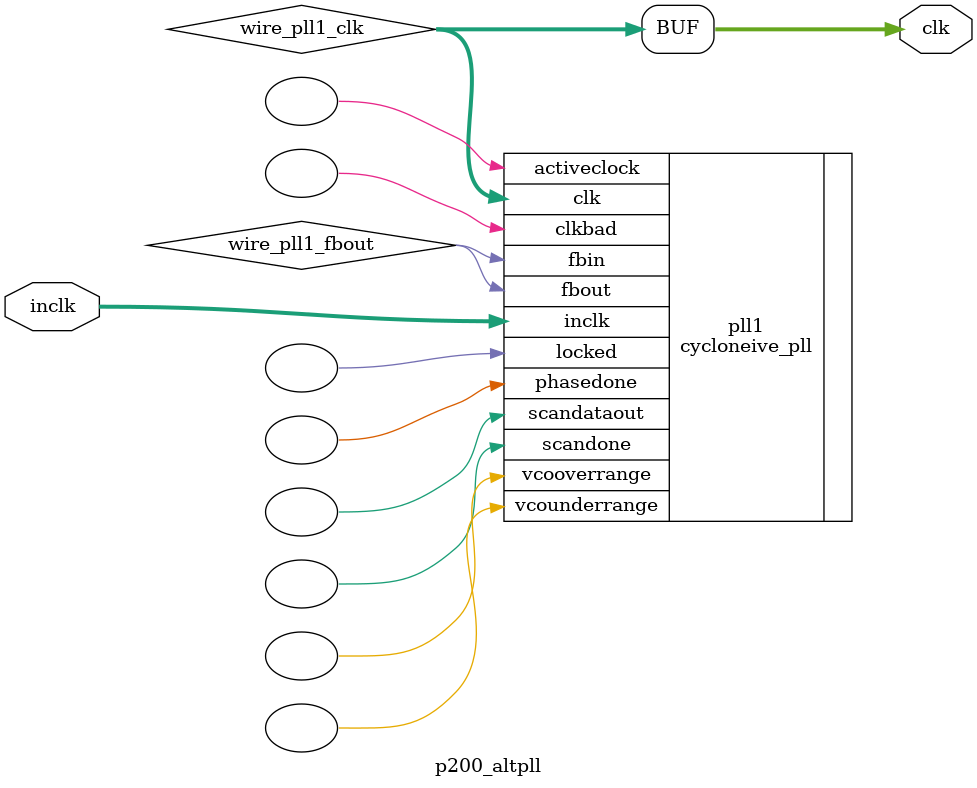
<source format=v>






//synthesis_resources = cycloneive_pll 1 
//synopsys translate_off
`timescale 1 ps / 1 ps
//synopsys translate_on
module  p200_altpll
	( 
	clk,
	inclk) /* synthesis synthesis_clearbox=1 */;
	output   [4:0]  clk;
	input   [1:0]  inclk;
`ifndef ALTERA_RESERVED_QIS
// synopsys translate_off
`endif
	tri0   [1:0]  inclk;
`ifndef ALTERA_RESERVED_QIS
// synopsys translate_on
`endif

	wire  [4:0]   wire_pll1_clk;
	wire  wire_pll1_fbout;

	cycloneive_pll   pll1
	( 
	.activeclock(),
	.clk(wire_pll1_clk),
	.clkbad(),
	.fbin(wire_pll1_fbout),
	.fbout(wire_pll1_fbout),
	.inclk(inclk),
	.locked(),
	.phasedone(),
	.scandataout(),
	.scandone(),
	.vcooverrange(),
	.vcounderrange()
	`ifndef FORMAL_VERIFICATION
	// synopsys translate_off
	`endif
	,
	.areset(1'b0),
	.clkswitch(1'b0),
	.configupdate(1'b0),
	.pfdena(1'b1),
	.phasecounterselect({3{1'b0}}),
	.phasestep(1'b0),
	.phaseupdown(1'b0),
	.scanclk(1'b0),
	.scanclkena(1'b1),
	.scandata(1'b0)
	`ifndef FORMAL_VERIFICATION
	// synopsys translate_on
	`endif
	);
	defparam
		pll1.bandwidth_type = "auto",
		pll1.clk0_divide_by = 1,
		pll1.clk0_duty_cycle = 50,
		pll1.clk0_multiply_by = 6,
		pll1.clk0_phase_shift = "0",
		pll1.compensate_clock = "clk0",
		pll1.inclk0_input_frequency = 20000,
		pll1.operation_mode = "normal",
		pll1.pll_type = "auto",
		pll1.lpm_type = "cycloneive_pll";
	assign
		clk = {wire_pll1_clk[4:0]};
endmodule //p200_altpll
//VALID FILE

</source>
